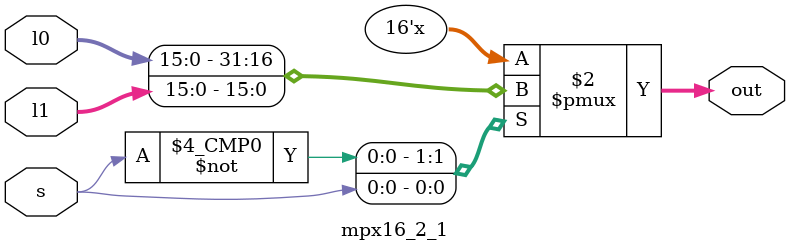
<source format=v>
`timescale 1ns / 1ps
module mpx16_2_1(
    input [15:0] l0,
    input [15:0] l1,
    input s,
    output reg [15:0] out
    );

always @(*)
    case (s)
        0: out <= l0;
        1: out <= l1;
        default: out <= l1;
    endcase
endmodule

</source>
